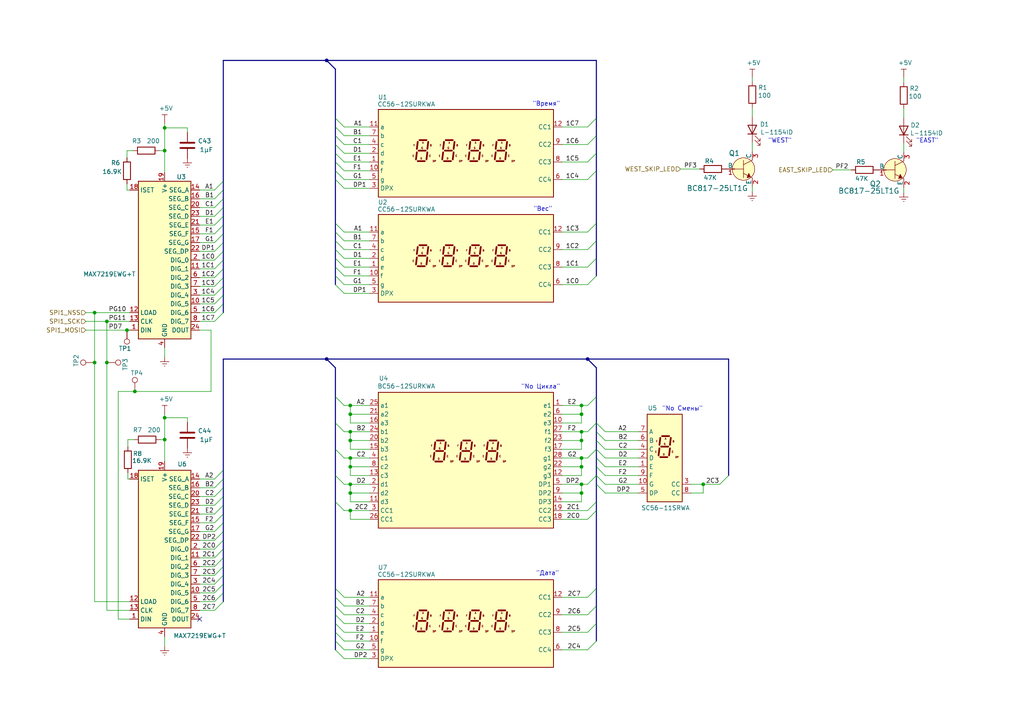
<source format=kicad_sch>
(kicad_sch (version 20211123) (generator eeschema)
  (paper "A4")
  (title_block (title "ШВУ") (date "2021-03-25") (rev "V0.3") (company "ЦВЕТМЕТНАЛАДКА") (comment 1 "Шустов В.И."))
  (lib_symbols
    (symbol "Connector:TestPoint" (pin_numbers hide) (pin_names (offset 0.762) hide)
      (property "Reference" "TP" (at 0 6.858 0))
      (property "Value" "TestPoint" (at 0 5.08 0))
      (symbol "TestPoint_1_1"
        (pin passive line (at 0 0 90) (length 2.54) (name "1") (number "1"))
      )
    )
    (symbol "Device:C" (pin_numbers hide) (pin_names (offset 0.254))
      (property "Reference" "C" (at 0.635 2.54 0))
      (property "Value" "C" (at 0.635 -2.54 0))
      (symbol "C_1_1"
        (pin passive line (at 0 3.81 270) (length 2.794) (name "~") (number "1"))
        (pin passive line (at 0 -3.81 90) (length 2.794) (name "~") (number "2"))
      )
    )
    (symbol "Device:LED" (pin_numbers hide) (pin_names (offset 1.016) hide)
      (property "Reference" "D" (at 0 2.54 0))
      (property "Value" "LED" (at 0 -2.54 0))
      (symbol "LED_1_1"
        (pin passive line (at -3.81 0 0) (length 2.54) (name "K") (number "1"))
        (pin passive line (at 3.81 0 180) (length 2.54) (name "A") (number "2"))
      )
    )
    (symbol "Device:R" (pin_numbers hide) (pin_names (offset 0))
      (property "Reference" "R" (at 2.032 0 90))
      (property "Value" "R" (at 0 0 90))
      (symbol "R_1_1"
        (pin passive line (at 0 3.81 270) (length 1.27) (name "~") (number "1"))
        (pin passive line (at 0 -3.81 90) (length 1.27) (name "~") (number "2"))
      )
    )
    (symbol "Driver_LED:MAX7219"
      (property "Reference" "U" (at -6.35 24.13 0))
      (property "Value" "MAX7219" (at 1.27 25.4 0))
      (symbol "MAX7219_1_1"
        (pin input line (at -10.16 -20.32 0) (length 2.54) (name "DIN") (number "1"))
        (pin output line (at 10.16 -12.7 180) (length 2.54) (name "DIG_5") (number "10"))
        (pin output line (at 10.16 -2.54 180) (length 2.54) (name "DIG_1") (number "11"))
        (pin input line (at -10.16 -15.24 0) (length 2.54) (name "LOAD") (number "12"))
        (pin input line (at -10.16 -17.78 0) (length 2.54) (name "CLK") (number "13"))
        (pin output line (at 10.16 20.32 180) (length 2.54) (name "SEG_A") (number "14"))
        (pin output line (at 10.16 7.62 180) (length 2.54) (name "SEG_F") (number "15"))
        (pin output line (at 10.16 17.78 180) (length 2.54) (name "SEG_B") (number "16"))
        (pin output line (at 10.16 5.08 180) (length 2.54) (name "SEG_G") (number "17"))
        (pin input line (at -10.16 20.32 0) (length 2.54) (name "ISET") (number "18"))
        (pin power_in line (at 0 25.4 270) (length 2.54) (name "V+") (number "19"))
        (pin output line (at 10.16 0 180) (length 2.54) (name "DIG_0") (number "2"))
        (pin output line (at 10.16 15.24 180) (length 2.54) (name "SEG_C") (number "20"))
        (pin output line (at 10.16 10.16 180) (length 2.54) (name "SEG_E") (number "21"))
        (pin output line (at 10.16 2.54 180) (length 2.54) (name "SEG_DP") (number "22"))
        (pin output line (at 10.16 12.7 180) (length 2.54) (name "SEG_D") (number "23"))
        (pin output line (at 10.16 -20.32 180) (length 2.54) (name "DOUT") (number "24"))
        (pin output line (at 10.16 -10.16 180) (length 2.54) (name "DIG_4") (number "3"))
        (pin power_in line (at 0 -25.4 90) (length 2.54) (name "GND") (number "4"))
        (pin output line (at 10.16 -15.24 180) (length 2.54) (name "DIG_6") (number "5"))
        (pin output line (at 10.16 -5.08 180) (length 2.54) (name "DIG_2") (number "6"))
        (pin output line (at 10.16 -7.62 180) (length 2.54) (name "DIG_3") (number "7"))
        (pin output line (at 10.16 -17.78 180) (length 2.54) (name "DIG_7") (number "8"))
        (pin passive line (at 0 -25.4 90) (length 2.54) hide (name "GND") (number "9"))
      )
    )
    (symbol "SVIELCOM_Library:+5V" (power) (pin_names (offset 0))
      (property "Value" "SVIELCOM_Library_+5V" (at 0 3.556 0))
      (symbol "+5V_1_1"
        (pin power_in line (at 0 0 90) (length 0) hide (name "+5V") (number "1"))
      )
    )
    (symbol "SVIELCOM_Library:BC56-12SURKWA"
      (property "Reference" "U" (at -24.13 20.32 0))
      (property "Value" "SVIELCOM_Library_BC56-12SURKWA" (at 16.51 20.32 0))
      (symbol "BC56-12SURKWA_1_1"
        (text "A" (at -7.366 4.318 0) (effects (font (size 0.508 0.508))))
        (text "A" (at 0.254 4.318 0) (effects (font (size 0.508 0.508))))
        (text "A" (at 7.874 4.318 0) (effects (font (size 0.508 0.508))))
        (text "B" (at -5.08 3.556 0) (effects (font (size 0.508 0.508))))
        (text "B" (at 2.54 3.556 0) (effects (font (size 0.508 0.508))))
        (text "B" (at 10.16 3.556 0) (effects (font (size 0.508 0.508))))
        (text "C" (at -5.334 0.508 0) (effects (font (size 0.508 0.508))))
        (text "C" (at 2.286 0.508 0) (effects (font (size 0.508 0.508))))
        (text "C" (at 9.906 0.508 0) (effects (font (size 0.508 0.508))))
        (text "D" (at -7.874 -0.254 0) (effects (font (size 0.508 0.508))))
        (text "D" (at -0.254 -0.254 0) (effects (font (size 0.508 0.508))))
        (text "D" (at 7.366 -0.254 0) (effects (font (size 0.508 0.508))))
        (text "DP" (at -4.064 -1.016 0) (effects (font (size 0.508 0.508))))
        (text "DP" (at 3.556 -1.016 0) (effects (font (size 0.508 0.508))))
        (text "DP" (at 11.176 -1.016 0) (effects (font (size 0.508 0.508))))
        (text "E" (at -10.16 0.508 0) (effects (font (size 0.508 0.508))))
        (text "E" (at -2.54 0.508 0) (effects (font (size 0.508 0.508))))
        (text "E" (at 5.08 0.508 0) (effects (font (size 0.508 0.508))))
        (text "F" (at -9.906 3.556 0) (effects (font (size 0.508 0.508))))
        (text "F" (at -2.286 3.556 0) (effects (font (size 0.508 0.508))))
        (text "F" (at 5.334 3.556 0) (effects (font (size 0.508 0.508))))
        (text "G" (at -7.62 2.794 0) (effects (font (size 0.508 0.508))))
        (text "G" (at 0 2.794 0) (effects (font (size 0.508 0.508))))
        (text "G" (at 7.62 2.794 0) (effects (font (size 0.508 0.508))))
        (pin input line (at 27.94 15.24 180) (length 2.54) (name "e1") (number "1"))
        (pin input line (at 27.94 10.16 180) (length 2.54) (name "e3") (number "10"))
        (pin input line (at -27.94 -12.7 0) (length 2.54) (name "d3") (number "11"))
        (pin input line (at 27.94 -5.08 180) (length 2.54) (name "g3") (number "12"))
        (pin input line (at -27.94 -5.08 0) (length 2.54) (name "c3") (number "13"))
        (pin input line (at 27.94 -12.7 180) (length 2.54) (name "DP3") (number "14"))
        (pin input line (at -27.94 2.54 0) (length 2.54) (name "b3") (number "15"))
        (pin input line (at -27.94 10.16 0) (length 2.54) (name "a3") (number "16"))
        (pin input line (at 27.94 2.54 180) (length 2.54) (name "f3") (number "17"))
        (pin input line (at 27.94 -17.78 180) (length 2.54) (name "CC3") (number "18"))
        (pin input line (at 27.94 -15.24 180) (length 2.54) (name "CC2") (number "19"))
        (pin input line (at -27.94 -7.62 0) (length 2.54) (name "d1") (number "2"))
        (pin input line (at -27.94 5.08 0) (length 2.54) (name "b2") (number "20"))
        (pin input line (at -27.94 12.7 0) (length 2.54) (name "a2") (number "21"))
        (pin input line (at 27.94 -2.54 180) (length 2.54) (name "g2") (number "22"))
        (pin input line (at 27.94 5.08 180) (length 2.54) (name "f2") (number "23"))
        (pin input line (at -27.94 7.62 0) (length 2.54) (name "b1") (number "24"))
        (pin input line (at -27.94 15.24 0) (length 2.54) (name "a1") (number "25"))
        (pin input line (at -27.94 -17.78 0) (length 2.54) (name "CC1") (number "26"))
        (pin input line (at 27.94 7.62 180) (length 2.54) (name "f1") (number "27"))
        (pin input line (at 27.94 0 180) (length 2.54) (name "g1") (number "28"))
        (pin input line (at -27.94 -15.24 0) (length 2.54) (name "CC1") (number "3"))
        (pin input line (at -27.94 0 0) (length 2.54) (name "c1") (number "4"))
        (pin input line (at 27.94 -7.62 180) (length 2.54) (name "DP1") (number "5"))
        (pin input line (at 27.94 12.7 180) (length 2.54) (name "e2") (number "6"))
        (pin input line (at -27.94 -10.16 0) (length 2.54) (name "d2") (number "7"))
        (pin input line (at -27.94 -2.54 0) (length 2.54) (name "c2") (number "8"))
        (pin input line (at 27.94 -10.16 180) (length 2.54) (name "DP2") (number "9"))
      )
    )
    (symbol "SVIELCOM_Library:CC56-12SURKWA"
      (property "Reference" "U" (at -24.13 13.97 0))
      (property "Value" "SVIELCOM_Library_CC56-12SURKWA" (at 16.51 13.97 0))
      (symbol "CC56-12SURKWA_1_1"
        (text "A" (at -12.446 3.048 0) (effects (font (size 0.508 0.508))))
        (text "A" (at -4.826 3.048 0) (effects (font (size 0.508 0.508))))
        (text "A" (at 2.794 3.048 0) (effects (font (size 0.508 0.508))))
        (text "A" (at 10.414 3.048 0) (effects (font (size 0.508 0.508))))
        (text "B" (at -10.16 2.286 0) (effects (font (size 0.508 0.508))))
        (text "B" (at -2.54 2.286 0) (effects (font (size 0.508 0.508))))
        (text "B" (at 5.08 2.286 0) (effects (font (size 0.508 0.508))))
        (text "B" (at 12.7 2.286 0) (effects (font (size 0.508 0.508))))
        (text "C" (at -10.414 -0.762 0) (effects (font (size 0.508 0.508))))
        (text "C" (at -2.794 -0.762 0) (effects (font (size 0.508 0.508))))
        (text "C" (at 4.826 -0.762 0) (effects (font (size 0.508 0.508))))
        (text "C" (at 12.446 -0.762 0) (effects (font (size 0.508 0.508))))
        (text "D" (at -12.954 -1.524 0) (effects (font (size 0.508 0.508))))
        (text "D" (at -5.334 -1.524 0) (effects (font (size 0.508 0.508))))
        (text "D" (at 2.286 -1.524 0) (effects (font (size 0.508 0.508))))
        (text "D" (at 9.906 -1.524 0) (effects (font (size 0.508 0.508))))
        (text "DP" (at -9.144 -2.286 0) (effects (font (size 0.508 0.508))))
        (text "DP" (at -1.524 -2.286 0) (effects (font (size 0.508 0.508))))
        (text "DP" (at 6.096 -2.286 0) (effects (font (size 0.508 0.508))))
        (text "DP" (at 13.716 -2.286 0) (effects (font (size 0.508 0.508))))
        (text "E" (at -15.24 -0.762 0) (effects (font (size 0.508 0.508))))
        (text "E" (at -7.62 -0.762 0) (effects (font (size 0.508 0.508))))
        (text "E" (at 0 -0.762 0) (effects (font (size 0.508 0.508))))
        (text "E" (at 7.62 -0.762 0) (effects (font (size 0.508 0.508))))
        (text "F" (at -14.986 2.286 0) (effects (font (size 0.508 0.508))))
        (text "F" (at -7.366 2.286 0) (effects (font (size 0.508 0.508))))
        (text "F" (at 0.254 2.286 0) (effects (font (size 0.508 0.508))))
        (text "F" (at 7.874 2.286 0) (effects (font (size 0.508 0.508))))
        (text "G" (at -12.7 1.524 0) (effects (font (size 0.508 0.508))))
        (text "G" (at -5.08 1.524 0) (effects (font (size 0.508 0.508))))
        (text "G" (at 2.54 1.524 0) (effects (font (size 0.508 0.508))))
        (text "G" (at 10.16 1.524 0) (effects (font (size 0.508 0.508))))
        (pin input line (at -27.94 -2.54 0) (length 2.54) (name "e") (number "1"))
        (pin input line (at -27.94 -5.08 0) (length 2.54) (name "f") (number "10"))
        (pin input line (at -27.94 7.62 0) (length 2.54) (name "a") (number "11"))
        (pin input line (at 27.94 7.62 180) (length 2.54) (name "CC1") (number "12"))
        (pin input line (at -27.94 0 0) (length 2.54) (name "d") (number "2"))
        (pin input line (at -27.94 -10.16 0) (length 2.54) (name "DPX") (number "3"))
        (pin input line (at -27.94 2.54 0) (length 2.54) (name "c") (number "4"))
        (pin input line (at -27.94 -7.62 0) (length 2.54) (name "g") (number "5"))
        (pin input line (at 27.94 -7.62 180) (length 2.54) (name "CC4") (number "6"))
        (pin input line (at -27.94 5.08 0) (length 2.54) (name "b") (number "7"))
        (pin input line (at 27.94 -2.54 180) (length 2.54) (name "CC3") (number "8"))
        (pin input line (at 27.94 2.54 180) (length 2.54) (name "CC2") (number "9"))
      )
    )
    (symbol "SVIELCOM_Library:SC56-11SRWA"
      (property "Reference" "U" (at -2.54 13.97 0))
      (property "Value" "SVIELCOM_Library_SC56-11SRWA" (at 1.27 13.97 0))
      (symbol "SC56-11SRWA_0_0"
        (text "A" (at 0.254 5.588 0) (effects (font (size 0.508 0.508))))
        (text "B" (at 2.54 4.826 0) (effects (font (size 0.508 0.508))))
        (text "C" (at 2.286 1.778 0) (effects (font (size 0.508 0.508))))
        (text "D" (at -0.254 1.016 0) (effects (font (size 0.508 0.508))))
        (text "DP" (at 3.556 0.254 0) (effects (font (size 0.508 0.508))))
        (text "E" (at -2.54 1.778 0) (effects (font (size 0.508 0.508))))
        (text "F" (at -2.286 4.826 0) (effects (font (size 0.508 0.508))))
        (text "G" (at 0 4.064 0) (effects (font (size 0.508 0.508))))
      )
      (symbol "SC56-11SRWA_1_1"
        (pin input line (at -7.62 -2.54 0) (length 2.54) (name "E") (number "1"))
        (pin input line (at -7.62 -7.62 0) (length 2.54) (name "G") (number "10"))
        (pin input line (at -7.62 0 0) (length 2.54) (name "D") (number "2"))
        (pin input line (at 7.62 -7.62 180) (length 2.54) (name "CC") (number "3"))
        (pin input line (at -7.62 2.54 0) (length 2.54) (name "C") (number "4"))
        (pin input line (at -7.62 -10.16 0) (length 2.54) (name "DP") (number "5"))
        (pin input line (at -7.62 5.08 0) (length 2.54) (name "B") (number "6"))
        (pin input line (at -7.62 7.62 0) (length 2.54) (name "A") (number "7"))
        (pin input line (at 7.62 -10.16 180) (length 2.54) (name "CC") (number "8"))
        (pin input line (at -7.62 -5.08 0) (length 2.54) (name "F") (number "9"))
      )
    )
    (symbol "dk_Transistors-Bipolar-BJT-Single:BC817-25LT1G" (pin_names (offset 0))
      (property "Reference" "Q" (at -3.2004 4.2164 0))
      (property "Value" "BC817-25LT1G" (at 5.2324 0 90))
      (symbol "BC817-25LT1G_1_1"
        (pin input line (at -5.08 0 0) (length 2.54) (name "B") (number "1"))
        (pin passive line (at 2.54 -5.08 90) (length 2.54) (name "E") (number "2"))
        (pin passive line (at 2.54 5.08 270) (length 2.54) (name "C") (number "3"))
      )
    )
    (symbol "power:GNDREF" (power) (pin_names (offset 0))
      (property "Value" "GNDREF" (at 0 -3.81 0))
      (symbol "GNDREF_1_1"
        (pin power_in line (at 0 0 270) (length 0) hide (name "GNDREF") (number "1"))
      )
    )
  )
  (junction (at 101.6 135.382))
  (junction (at 168.656 120.142))
  (junction (at 47.752 37.084))
  (junction (at 101.6 125.222))
  (junction (at 47.752 43.688))
  (junction (at 168.656 127.762))
  (junction (at 94.742 17.526))
  (junction (at 168.656 140.462))
  (junction (at 27.432 105.156))
  (junction (at 30.988 105.156))
  (junction (at 101.6 140.462))
  (junction (at 94.742 104.14))
  (junction (at 101.6 148.082))
  (junction (at 170.434 104.14))
  (junction (at 101.6 117.602))
  (junction (at 27.432 90.678))
  (junction (at 203.962 140.462))
  (junction (at 101.6 132.842))
  (junction (at 39.116 113.538))
  (junction (at 30.988 93.218))
  (junction (at 47.752 127.508))
  (junction (at 168.656 135.382))
  (junction (at 168.656 125.222))
  (junction (at 168.656 143.002))
  (junction (at 47.752 121.158))
  (junction (at 168.656 117.602))
  (junction (at 101.6 120.142))
  (junction (at 101.6 127.762))
  (junction (at 168.656 132.842))
  (junction (at 36.83 95.758))
  (junction (at 101.6 143.002))
  (no_connect (at 57.912 179.578))
  (bus_entry (at 64.77 144.018) (size -2.54 2.54))
  (bus_entry (at 172.974 135.382) (size 2.54 2.54))
  (bus_entry (at 172.974 140.462) (size 2.54 2.54))
  (bus_entry (at 64.77 174.498) (size -2.54 2.54))
  (bus_entry (at 172.974 122.682) (size -2.54 2.54))
  (bus_entry (at 172.974 137.922) (size 2.54 2.54))
  (bus_entry (at 172.974 49.53) (size -2.54 2.54))
  (bus_entry (at 172.974 175.768) (size -2.54 2.54))
  (bus_entry (at 172.974 39.37) (size -2.54 2.54))
  (bus_entry (at 172.974 34.29) (size -2.54 2.54))
  (bus_entry (at 97.282 188.468) (size 2.54 2.54))
  (bus_entry (at 172.974 132.842) (size 2.54 2.54))
  (bus_entry (at 97.282 137.922) (size 2.54 2.54))
  (bus_entry (at 64.77 171.958) (size -2.54 2.54))
  (bus_entry (at 172.974 180.848) (size -2.54 2.54))
  (bus_entry (at 97.282 64.77) (size 2.54 2.54))
  (bus_entry (at 64.77 136.398) (size -2.54 2.54))
  (bus_entry (at 97.282 115.062) (size 2.54 2.54))
  (bus_entry (at 64.77 90.678) (size -2.54 2.54))
  (bus_entry (at 64.77 141.478) (size -2.54 2.54))
  (bus_entry (at 172.974 148.082) (size -2.54 2.54))
  (bus_entry (at 172.974 80.01) (size -2.54 2.54))
  (bus_entry (at 97.282 170.688) (size 2.54 2.54))
  (bus_entry (at 97.282 67.31) (size 2.54 2.54))
  (bus_entry (at 64.77 57.658) (size -2.54 2.54))
  (bus_entry (at 172.974 74.93) (size -2.54 2.54))
  (bus_entry (at 172.974 130.302) (size -2.54 2.54))
  (bus_entry (at 64.77 154.178) (size -2.54 2.54))
  (bus_entry (at 64.77 159.258) (size -2.54 2.54))
  (bus_entry (at 172.974 64.77) (size -2.54 2.54))
  (bus_entry (at 64.77 83.058) (size -2.54 2.54))
  (bus_entry (at 97.282 77.47) (size 2.54 2.54))
  (bus_entry (at 64.77 80.518) (size -2.54 2.54))
  (bus_entry (at 64.77 156.718) (size -2.54 2.54))
  (bus_entry (at 172.974 145.542) (size -2.54 2.54))
  (bus_entry (at 97.282 44.45) (size 2.54 2.54))
  (bus_entry (at 64.77 67.818) (size -2.54 2.54))
  (bus_entry (at 64.77 75.438) (size -2.54 2.54))
  (bus_entry (at 172.974 122.682) (size 2.54 2.54))
  (bus_entry (at 97.282 122.682) (size 2.54 2.54))
  (bus_entry (at 97.282 39.37) (size 2.54 2.54))
  (bus_entry (at 64.77 146.558) (size -2.54 2.54))
  (bus_entry (at 172.974 130.302) (size 2.54 2.54))
  (bus_entry (at 211.328 137.922) (size -2.54 2.54))
  (bus_entry (at 64.77 65.278) (size -2.54 2.54))
  (bus_entry (at 97.282 74.93) (size 2.54 2.54))
  (bus_entry (at 97.282 46.99) (size 2.54 2.54))
  (bus_entry (at 97.282 82.55) (size 2.54 2.54))
  (bus_entry (at 64.77 55.118) (size -2.54 2.54))
  (bus_entry (at 64.77 88.138) (size -2.54 2.54))
  (bus_entry (at 64.77 149.098) (size -2.54 2.54))
  (bus_entry (at 97.282 36.83) (size 2.54 2.54))
  (bus_entry (at 172.974 125.222) (size 2.54 2.54))
  (bus_entry (at 172.974 127.762) (size 2.54 2.54))
  (bus_entry (at 172.974 185.928) (size -2.54 2.54))
  (bus_entry (at 97.282 130.302) (size 2.54 2.54))
  (bus_entry (at 172.974 137.922) (size -2.54 2.54))
  (bus_entry (at 64.77 138.938) (size -2.54 2.54))
  (bus_entry (at 64.77 151.638) (size -2.54 2.54))
  (bus_entry (at 64.77 169.418) (size -2.54 2.54))
  (bus_entry (at 64.77 164.338) (size -2.54 2.54))
  (bus_entry (at 97.282 72.39) (size 2.54 2.54))
  (bus_entry (at 97.282 34.29) (size 2.54 2.54))
  (bus_entry (at 64.77 70.358) (size -2.54 2.54))
  (bus_entry (at 97.282 41.91) (size 2.54 2.54))
  (bus_entry (at 64.77 166.878) (size -2.54 2.54))
  (bus_entry (at 64.77 85.598) (size -2.54 2.54))
  (bus_entry (at 64.77 52.578) (size -2.54 2.54))
  (bus_entry (at 64.77 60.198) (size -2.54 2.54))
  (bus_entry (at 97.282 185.928) (size 2.54 2.54))
  (bus_entry (at 97.282 173.228) (size 2.54 2.54))
  (bus_entry (at 97.282 178.308) (size 2.54 2.54))
  (bus_entry (at 97.282 180.848) (size 2.54 2.54))
  (bus_entry (at 64.77 161.798) (size -2.54 2.54))
  (bus_entry (at 172.974 69.85) (size -2.54 2.54))
  (bus_entry (at 97.282 145.542) (size 2.54 2.54))
  (bus_entry (at 97.282 80.01) (size 2.54 2.54))
  (bus_entry (at 97.282 183.388) (size 2.54 2.54))
  (bus_entry (at 97.282 49.53) (size 2.54 2.54))
  (bus_entry (at 64.77 72.898) (size -2.54 2.54))
  (bus_entry (at 64.77 62.738) (size -2.54 2.54))
  (bus_entry (at 97.282 175.768) (size 2.54 2.54))
  (bus_entry (at 64.77 77.978) (size -2.54 2.54))
  (bus_entry (at 172.974 170.688) (size -2.54 2.54))
  (bus_entry (at 172.974 44.45) (size -2.54 2.54))
  (bus_entry (at 97.282 69.85) (size 2.54 2.54))
  (bus_entry (at 97.282 52.07) (size 2.54 2.54))
  (bus_entry (at 172.974 115.062) (size -2.54 2.54))
  (wire (pts (xy 175.514 130.302) (xy 185.166 130.302)))
  (bus (pts (xy 64.77 154.178) (xy 64.77 156.718)))
  (bus (pts (xy 64.77 60.198) (xy 64.77 62.738)))
  (wire (pts (xy 57.912 159.258) (xy 62.23 159.258)))
  (bus (pts (xy 172.974 64.77) (xy 172.974 69.85)))
  (wire (pts (xy 241.554 49.276) (xy 246.888 49.276)))
  (bus (pts (xy 172.974 127.762) (xy 172.974 130.302)))
  (bus (pts (xy 97.282 170.688) (xy 97.282 173.228)))
  (wire (pts (xy 99.822 82.55) (xy 107.188 82.55)))
  (wire (pts (xy 107.188 130.302) (xy 101.6 130.302)))
  (bus (pts (xy 64.77 169.418) (xy 64.77 171.958)))
  (wire (pts (xy 168.656 145.542) (xy 168.656 143.002)))
  (bus (pts (xy 172.974 106.68) (xy 172.974 115.062)))
  (wire (pts (xy 163.068 130.302) (xy 168.656 130.302)))
  (bus (pts (xy 97.282 36.83) (xy 97.282 39.37)))
  (wire (pts (xy 101.6 127.762) (xy 101.6 125.222)))
  (bus (pts (xy 64.77 83.058) (xy 64.77 85.598)))
  (wire (pts (xy 99.822 175.768) (xy 107.188 175.768)))
  (wire (pts (xy 101.6 117.602) (xy 107.188 117.602)))
  (wire (pts (xy 57.912 90.678) (xy 62.23 90.678)))
  (wire (pts (xy 101.6 122.682) (xy 101.6 120.142)))
  (wire (pts (xy 168.656 120.142) (xy 168.656 117.602)))
  (bus (pts (xy 94.742 104.14) (xy 97.282 106.68)))
  (wire (pts (xy 175.514 127.762) (xy 185.166 127.762)))
  (wire (pts (xy 170.434 173.228) (xy 163.068 173.228)))
  (wire (pts (xy 168.656 143.002) (xy 168.656 140.462)))
  (wire (pts (xy 24.892 93.218) (xy 30.988 93.218)))
  (wire (pts (xy 36.83 45.72) (xy 36.83 43.688)))
  (wire (pts (xy 99.822 36.83) (xy 107.188 36.83)))
  (wire (pts (xy 218.186 23.622) (xy 218.186 22.606)))
  (bus (pts (xy 172.974 175.768) (xy 172.974 180.848)))
  (bus (pts (xy 97.282 69.85) (xy 97.282 72.39)))
  (bus (pts (xy 64.77 161.798) (xy 64.77 164.338)))
  (bus (pts (xy 64.77 67.818) (xy 64.77 70.358)))
  (wire (pts (xy 101.6 135.382) (xy 101.6 132.842)))
  (wire (pts (xy 47.752 43.688) (xy 47.752 50.038)))
  (wire (pts (xy 99.822 44.45) (xy 107.188 44.45)))
  (bus (pts (xy 172.974 132.842) (xy 172.974 135.382)))
  (bus (pts (xy 64.77 17.526) (xy 64.77 52.578)))
  (wire (pts (xy 203.962 143.002) (xy 200.406 143.002)))
  (wire (pts (xy 47.752 35.814) (xy 47.752 37.084)))
  (wire (pts (xy 262.128 22.606) (xy 262.128 23.876)))
  (wire (pts (xy 170.434 125.222) (xy 168.656 125.222)))
  (bus (pts (xy 64.77 65.278) (xy 64.77 67.818)))
  (wire (pts (xy 57.912 164.338) (xy 62.23 164.338)))
  (bus (pts (xy 97.282 183.388) (xy 97.282 185.928)))
  (wire (pts (xy 175.514 137.922) (xy 185.166 137.922)))
  (wire (pts (xy 99.822 46.99) (xy 107.188 46.99)))
  (wire (pts (xy 262.128 55.88) (xy 262.128 54.356)))
  (bus (pts (xy 97.282 77.47) (xy 97.282 80.01)))
  (wire (pts (xy 99.822 185.928) (xy 107.188 185.928)))
  (wire (pts (xy 30.988 177.038) (xy 30.988 105.156)))
  (bus (pts (xy 172.974 39.37) (xy 172.974 44.45)))
  (wire (pts (xy 57.912 55.118) (xy 62.23 55.118)))
  (bus (pts (xy 64.77 88.138) (xy 64.77 90.678)))
  (wire (pts (xy 47.752 37.084) (xy 47.752 43.688)))
  (wire (pts (xy 107.188 137.922) (xy 101.6 137.922)))
  (bus (pts (xy 172.974 148.082) (xy 172.974 170.688)))
  (bus (pts (xy 172.974 122.682) (xy 172.974 125.222)))
  (wire (pts (xy 99.822 183.388) (xy 107.188 183.388)))
  (wire (pts (xy 57.912 70.358) (xy 62.23 70.358)))
  (wire (pts (xy 101.6 132.842) (xy 107.188 132.842)))
  (bus (pts (xy 97.282 67.31) (xy 97.282 69.85)))
  (wire (pts (xy 99.822 117.602) (xy 101.6 117.602)))
  (wire (pts (xy 218.186 54.102) (xy 218.186 55.626)))
  (wire (pts (xy 170.434 117.602) (xy 168.656 117.602)))
  (wire (pts (xy 170.434 46.99) (xy 163.068 46.99)))
  (wire (pts (xy 170.434 140.462) (xy 168.656 140.462)))
  (wire (pts (xy 175.514 140.462) (xy 185.166 140.462)))
  (bus (pts (xy 64.77 144.018) (xy 64.77 146.558)))
  (wire (pts (xy 57.912 171.958) (xy 62.23 171.958)))
  (wire (pts (xy 163.068 135.382) (xy 168.656 135.382)))
  (bus (pts (xy 172.974 17.526) (xy 172.974 34.29)))
  (wire (pts (xy 168.656 132.842) (xy 163.068 132.842)))
  (wire (pts (xy 57.912 75.438) (xy 62.23 75.438)))
  (wire (pts (xy 47.752 121.158) (xy 47.752 127.508)))
  (wire (pts (xy 163.068 143.002) (xy 168.656 143.002)))
  (wire (pts (xy 36.83 53.34) (xy 36.83 55.118)))
  (wire (pts (xy 57.912 80.518) (xy 62.23 80.518)))
  (bus (pts (xy 64.77 62.738) (xy 64.77 65.278)))
  (bus (pts (xy 97.282 49.53) (xy 97.282 52.07)))
  (wire (pts (xy 24.892 95.758) (xy 36.83 95.758)))
  (wire (pts (xy 99.822 188.468) (xy 107.188 188.468)))
  (bus (pts (xy 64.77 77.978) (xy 64.77 80.518)))
  (wire (pts (xy 57.912 85.598) (xy 62.23 85.598)))
  (wire (pts (xy 170.434 77.47) (xy 163.068 77.47)))
  (bus (pts (xy 64.77 72.898) (xy 64.77 75.438)))
  (bus (pts (xy 64.77 149.098) (xy 64.77 151.638)))
  (wire (pts (xy 57.912 95.758) (xy 61.214 95.758)))
  (wire (pts (xy 57.912 146.558) (xy 62.23 146.558)))
  (wire (pts (xy 101.6 145.542) (xy 101.6 143.002)))
  (bus (pts (xy 64.77 136.398) (xy 64.77 138.938)))
  (wire (pts (xy 57.912 149.098) (xy 62.23 149.098)))
  (wire (pts (xy 39.116 113.538) (xy 34.29 113.538)))
  (bus (pts (xy 64.77 57.658) (xy 64.77 60.198)))
  (bus (pts (xy 64.77 104.14) (xy 64.77 136.398)))
  (wire (pts (xy 99.822 180.848) (xy 107.188 180.848)))
  (wire (pts (xy 107.188 143.002) (xy 101.6 143.002)))
  (wire (pts (xy 46.482 127.508) (xy 47.752 127.508)))
  (wire (pts (xy 101.6 143.002) (xy 101.6 140.462)))
  (bus (pts (xy 97.282 34.29) (xy 97.282 36.83)))
  (wire (pts (xy 168.656 117.602) (xy 163.068 117.602)))
  (wire (pts (xy 57.912 57.658) (xy 62.23 57.658)))
  (bus (pts (xy 97.282 80.01) (xy 97.282 82.55)))
  (bus (pts (xy 172.974 69.85) (xy 172.974 74.93)))
  (wire (pts (xy 57.912 166.878) (xy 62.23 166.878)))
  (wire (pts (xy 101.6 148.082) (xy 101.6 150.622)))
  (wire (pts (xy 57.912 93.218) (xy 62.23 93.218)))
  (wire (pts (xy 218.186 33.782) (xy 218.186 31.242)))
  (bus (pts (xy 97.282 44.45) (xy 97.282 46.99)))
  (wire (pts (xy 170.434 82.55) (xy 163.068 82.55)))
  (wire (pts (xy 99.822 85.09) (xy 107.188 85.09)))
  (bus (pts (xy 97.282 39.37) (xy 97.282 41.91)))
  (wire (pts (xy 175.514 132.842) (xy 185.166 132.842)))
  (wire (pts (xy 30.988 105.156) (xy 30.988 93.218)))
  (wire (pts (xy 57.912 141.478) (xy 62.23 141.478)))
  (wire (pts (xy 168.656 135.382) (xy 168.656 132.842)))
  (wire (pts (xy 47.752 184.658) (xy 47.752 187.452)))
  (wire (pts (xy 101.6 130.302) (xy 101.6 127.762)))
  (bus (pts (xy 64.77 85.598) (xy 64.77 88.138)))
  (bus (pts (xy 64.77 104.14) (xy 94.742 104.14)))
  (wire (pts (xy 168.656 122.682) (xy 168.656 120.142)))
  (wire (pts (xy 47.752 37.084) (xy 54.356 37.084)))
  (wire (pts (xy 47.752 121.158) (xy 54.356 121.158)))
  (wire (pts (xy 46.228 43.688) (xy 47.752 43.688)))
  (wire (pts (xy 34.29 113.538) (xy 34.29 179.578)))
  (bus (pts (xy 64.77 171.958) (xy 64.77 174.498)))
  (bus (pts (xy 97.282 178.308) (xy 97.282 180.848)))
  (wire (pts (xy 57.912 77.978) (xy 62.23 77.978)))
  (wire (pts (xy 34.29 179.578) (xy 37.592 179.578)))
  (bus (pts (xy 64.77 151.638) (xy 64.77 154.178)))
  (wire (pts (xy 36.83 55.118) (xy 37.592 55.118)))
  (wire (pts (xy 99.822 67.31) (xy 107.188 67.31)))
  (wire (pts (xy 197.358 49.022) (xy 202.946 49.022)))
  (wire (pts (xy 168.656 125.222) (xy 163.068 125.222)))
  (bus (pts (xy 64.77 146.558) (xy 64.77 149.098)))
  (wire (pts (xy 107.188 145.542) (xy 101.6 145.542)))
  (wire (pts (xy 175.514 143.002) (xy 185.166 143.002)))
  (wire (pts (xy 101.6 150.622) (xy 107.188 150.622)))
  (bus (pts (xy 64.77 80.518) (xy 64.77 83.058)))
  (wire (pts (xy 163.068 145.542) (xy 168.656 145.542)))
  (bus (pts (xy 172.974 49.53) (xy 172.974 64.77)))
  (wire (pts (xy 57.912 161.798) (xy 62.23 161.798)))
  (wire (pts (xy 203.962 140.462) (xy 208.788 140.462)))
  (bus (pts (xy 94.742 17.526) (xy 97.282 20.066)))
  (wire (pts (xy 170.434 148.082) (xy 163.068 148.082)))
  (bus (pts (xy 94.742 17.526) (xy 172.974 17.526)))
  (wire (pts (xy 47.752 100.838) (xy 47.752 103.632)))
  (bus (pts (xy 64.77 164.338) (xy 64.77 166.878)))
  (wire (pts (xy 57.912 88.138) (xy 62.23 88.138)))
  (bus (pts (xy 64.77 52.578) (xy 64.77 55.118)))
  (wire (pts (xy 170.434 188.468) (xy 163.068 188.468)))
  (bus (pts (xy 64.77 17.526) (xy 94.742 17.526)))
  (wire (pts (xy 37.084 127.508) (xy 38.862 127.508)))
  (wire (pts (xy 57.912 174.498) (xy 62.23 174.498)))
  (bus (pts (xy 172.974 34.29) (xy 172.974 39.37)))
  (wire (pts (xy 200.406 140.462) (xy 203.962 140.462)))
  (wire (pts (xy 101.6 125.222) (xy 107.188 125.222)))
  (wire (pts (xy 27.432 105.156) (xy 27.432 90.678)))
  (wire (pts (xy 170.434 150.622) (xy 163.068 150.622)))
  (wire (pts (xy 175.514 135.382) (xy 185.166 135.382)))
  (wire (pts (xy 30.988 93.218) (xy 37.592 93.218)))
  (wire (pts (xy 163.068 122.682) (xy 168.656 122.682)))
  (wire (pts (xy 163.068 120.142) (xy 168.656 120.142)))
  (bus (pts (xy 172.974 145.542) (xy 172.974 148.082)))
  (wire (pts (xy 99.822 77.47) (xy 107.188 77.47)))
  (wire (pts (xy 61.214 95.758) (xy 61.214 113.538)))
  (wire (pts (xy 37.084 137.16) (xy 37.084 138.938)))
  (wire (pts (xy 57.912 60.198) (xy 62.23 60.198)))
  (wire (pts (xy 107.188 122.682) (xy 101.6 122.682)))
  (wire (pts (xy 24.892 90.678) (xy 27.432 90.678)))
  (wire (pts (xy 57.912 169.418) (xy 62.23 169.418)))
  (bus (pts (xy 97.282 137.922) (xy 97.282 145.542)))
  (wire (pts (xy 37.592 177.038) (xy 30.988 177.038)))
  (wire (pts (xy 99.822 132.842) (xy 101.6 132.842)))
  (bus (pts (xy 97.282 185.928) (xy 97.282 188.468)))
  (bus (pts (xy 172.974 137.922) (xy 172.974 140.462)))
  (wire (pts (xy 170.434 183.388) (xy 163.068 183.388)))
  (bus (pts (xy 170.434 104.14) (xy 211.328 104.14)))
  (wire (pts (xy 36.83 43.688) (xy 38.608 43.688)))
  (wire (pts (xy 99.822 173.228) (xy 107.188 173.228)))
  (wire (pts (xy 99.822 52.07) (xy 107.188 52.07)))
  (wire (pts (xy 37.084 138.938) (xy 37.592 138.938)))
  (bus (pts (xy 97.282 64.77) (xy 97.282 67.31)))
  (wire (pts (xy 107.188 127.762) (xy 101.6 127.762)))
  (bus (pts (xy 97.282 46.99) (xy 97.282 49.53)))
  (bus (pts (xy 97.282 173.228) (xy 97.282 175.768)))
  (wire (pts (xy 54.356 121.158) (xy 54.356 122.428)))
  (bus (pts (xy 64.77 166.878) (xy 64.77 169.418)))
  (wire (pts (xy 163.068 127.762) (xy 168.656 127.762)))
  (wire (pts (xy 37.592 174.498) (xy 27.432 174.498)))
  (wire (pts (xy 262.128 31.496) (xy 262.128 34.036)))
  (bus (pts (xy 64.77 141.478) (xy 64.77 144.018)))
  (wire (pts (xy 170.434 72.39) (xy 163.068 72.39)))
  (bus (pts (xy 97.282 122.682) (xy 97.282 130.302)))
  (wire (pts (xy 101.6 120.142) (xy 101.6 117.602)))
  (bus (pts (xy 172.974 180.848) (xy 172.974 185.928)))
  (wire (pts (xy 170.434 132.842) (xy 168.656 132.842)))
  (wire (pts (xy 57.912 62.738) (xy 62.23 62.738)))
  (wire (pts (xy 168.656 140.462) (xy 163.068 140.462)))
  (wire (pts (xy 168.656 127.762) (xy 168.656 125.222)))
  (wire (pts (xy 47.752 127.508) (xy 47.752 133.858)))
  (wire (pts (xy 99.822 191.008) (xy 107.188 191.008)))
  (bus (pts (xy 64.77 159.258) (xy 64.77 161.798)))
  (wire (pts (xy 57.912 67.818) (xy 62.23 67.818)))
  (wire (pts (xy 99.822 72.39) (xy 107.188 72.39)))
  (bus (pts (xy 172.974 140.462) (xy 172.974 145.542)))
  (bus (pts (xy 172.974 44.45) (xy 172.974 49.53)))
  (bus (pts (xy 97.282 74.93) (xy 97.282 77.47)))
  (wire (pts (xy 170.434 52.07) (xy 163.068 52.07)))
  (bus (pts (xy 97.282 52.07) (xy 97.282 64.77)))
  (wire (pts (xy 57.912 156.718) (xy 62.23 156.718)))
  (bus (pts (xy 97.282 180.848) (xy 97.282 183.388)))
  (bus (pts (xy 211.328 104.14) (xy 211.328 137.922)))
  (wire (pts (xy 37.084 129.54) (xy 37.084 127.508)))
  (bus (pts (xy 97.282 145.542) (xy 97.282 170.688)))
  (wire (pts (xy 99.822 41.91) (xy 107.188 41.91)))
  (bus (pts (xy 172.974 130.302) (xy 172.974 132.842)))
  (wire (pts (xy 27.432 174.498) (xy 27.432 105.156)))
  (bus (pts (xy 97.282 72.39) (xy 97.282 74.93)))
  (wire (pts (xy 101.6 148.082) (xy 107.188 148.082)))
  (wire (pts (xy 57.912 144.018) (xy 62.23 144.018)))
  (wire (pts (xy 99.822 178.308) (xy 107.188 178.308)))
  (wire (pts (xy 27.432 90.678) (xy 37.592 90.678)))
  (wire (pts (xy 170.434 67.31) (xy 163.068 67.31)))
  (wire (pts (xy 107.188 135.382) (xy 101.6 135.382)))
  (bus (pts (xy 97.282 41.91) (xy 97.282 44.45)))
  (bus (pts (xy 172.974 135.382) (xy 172.974 137.922)))
  (bus (pts (xy 172.974 115.062) (xy 172.974 122.682)))
  (bus (pts (xy 170.434 104.14) (xy 172.974 106.68)))
  (bus (pts (xy 64.77 70.358) (xy 64.77 72.898)))
  (wire (pts (xy 57.912 83.058) (xy 62.23 83.058)))
  (bus (pts (xy 97.282 20.066) (xy 97.282 34.29)))
  (wire (pts (xy 47.752 120.142) (xy 47.752 121.158)))
  (bus (pts (xy 94.742 104.14) (xy 170.434 104.14)))
  (bus (pts (xy 64.77 156.718) (xy 64.77 159.258)))
  (wire (pts (xy 262.128 44.196) (xy 262.128 41.656)))
  (wire (pts (xy 107.188 120.142) (xy 101.6 120.142)))
  (wire (pts (xy 170.434 36.83) (xy 163.068 36.83)))
  (bus (pts (xy 97.282 175.768) (xy 97.282 178.308)))
  (wire (pts (xy 99.822 49.53) (xy 107.188 49.53)))
  (wire (pts (xy 61.214 113.538) (xy 39.116 113.538)))
  (wire (pts (xy 57.912 154.178) (xy 62.23 154.178)))
  (wire (pts (xy 101.6 140.462) (xy 107.188 140.462)))
  (wire (pts (xy 36.83 95.758) (xy 37.592 95.758)))
  (wire (pts (xy 203.962 140.462) (xy 203.962 143.002)))
  (wire (pts (xy 99.822 69.85) (xy 107.188 69.85)))
  (bus (pts (xy 97.282 106.68) (xy 97.282 115.062)))
  (wire (pts (xy 99.822 148.082) (xy 101.6 148.082)))
  (wire (pts (xy 99.822 140.462) (xy 101.6 140.462)))
  (bus (pts (xy 64.77 75.438) (xy 64.77 77.978)))
  (wire (pts (xy 101.6 137.922) (xy 101.6 135.382)))
  (wire (pts (xy 54.356 37.084) (xy 54.356 38.354)))
  (wire (pts (xy 163.068 137.922) (xy 168.656 137.922)))
  (wire (pts (xy 57.912 177.038) (xy 62.23 177.038)))
  (wire (pts (xy 57.912 65.278) (xy 62.23 65.278)))
  (bus (pts (xy 97.282 130.302) (xy 97.282 137.922)))
  (wire (pts (xy 99.822 80.01) (xy 107.188 80.01)))
  (wire (pts (xy 218.186 43.942) (xy 218.186 41.402)))
  (wire (pts (xy 168.656 137.922) (xy 168.656 135.382)))
  (wire (pts (xy 57.912 138.938) (xy 62.23 138.938)))
  (wire (pts (xy 57.912 151.638) (xy 62.23 151.638)))
  (wire (pts (xy 170.434 178.308) (xy 163.068 178.308)))
  (wire (pts (xy 168.656 130.302) (xy 168.656 127.762)))
  (wire (pts (xy 99.822 54.61) (xy 107.188 54.61)))
  (bus (pts (xy 64.77 138.938) (xy 64.77 141.478)))
  (bus (pts (xy 172.974 170.688) (xy 172.974 175.768)))
  (bus (pts (xy 172.974 74.93) (xy 172.974 80.01)))
  (wire (pts (xy 99.822 39.37) (xy 107.188 39.37)))
  (wire (pts (xy 99.822 74.93) (xy 107.188 74.93)))
  (bus (pts (xy 97.282 115.062) (xy 97.282 122.682)))
  (wire (pts (xy 170.434 41.91) (xy 163.068 41.91)))
  (bus (pts (xy 64.77 55.118) (xy 64.77 57.658)))
  (wire (pts (xy 57.912 72.898) (xy 62.23 72.898)))
  (wire (pts (xy 99.822 125.222) (xy 101.6 125.222)))
  (wire (pts (xy 175.514 125.222) (xy 185.166 125.222)))
  (bus (pts (xy 172.974 125.222) (xy 172.974 127.762)))
  (text "\"Вес\"" (at 154.686 61.468 0) (effects (font (size 1.27 1.27)) (justify left bottom)))
  (text "\"Дата\"" (at 155.448 167.132 0) (effects (font (size 1.27 1.27)) (justify left bottom)))
  (text "\"Время\"" (at 154.432 30.988 0) (effects (font (size 1.27 1.27)) (justify left bottom)))
  (text "\"EAST\"" (at 265.684 41.656 0) (effects (font (size 1.27 1.27)) (justify left bottom)))
  (text "\"WEST\"" (at 222.758 41.656 0) (effects (font (size 1.27 1.27)) (justify left bottom)))
  (text "\"No Смены\"" (at 192.024 119.38 0) (effects (font (size 1.27 1.27)) (justify left bottom)))
  (text "\"No Цикла\"" (at 151.13 113.03 0) (effects (font (size 1.27 1.27)) (justify left bottom)))
  (label "E1" (at 102.362 77.47 0))
  (label "C2" (at 103.124 178.308 0))
  (label "DP1" (at 102.362 54.61 0))
  (label "1C7" (at 58.42 93.218 0))
  (label "A1" (at 102.616 36.83 0))
  (label "PF3" (at 198.374 49.022 0))
  (label "DP2" (at 178.816 143.002 0))
  (label "PG10" (at 31.496 90.678 0))
  (label "C2" (at 103.378 132.842 0))
  (label "1C5" (at 164.084 46.99 0))
  (label "2C2" (at 58.674 164.338 0))
  (label "A1" (at 102.616 67.31 0))
  (label "E1" (at 59.436 65.278 0))
  (label "D2" (at 179.324 132.842 0))
  (label "DP2" (at 164.084 140.462 0))
  (label "2C6" (at 58.674 174.498 0))
  (label "D1" (at 102.362 74.93 0))
  (label "1C3" (at 164.084 67.31 0))
  (label "D1" (at 59.436 62.738 0))
  (label "G2" (at 164.592 132.842 0))
  (label "C2" (at 179.324 130.302 0))
  (label "F1" (at 102.362 80.01 0))
  (label "F2" (at 103.124 185.928 0))
  (label "B2" (at 59.436 141.478 0))
  (label "2C6" (at 164.592 178.308 0))
  (label "D2" (at 103.378 140.462 0))
  (label "G2" (at 59.436 154.178 0))
  (label "D2" (at 103.124 180.848 0))
  (label "E2" (at 179.324 135.382 0))
  (label "1C1" (at 164.084 77.47 0))
  (label "1C6" (at 164.084 41.91 0))
  (label "E2" (at 103.124 183.388 0))
  (label "D2" (at 59.436 146.558 0))
  (label "2C2" (at 102.87 148.082 0))
  (label "1C0" (at 58.42 75.438 0))
  (label "DP2" (at 102.616 191.008 0))
  (label "2C0" (at 58.674 159.258 0))
  (label "PD7" (at 31.496 95.758 0))
  (label "A2" (at 103.378 173.228 0))
  (label "2C7" (at 164.592 173.228 0))
  (label "B2" (at 103.378 125.222 0))
  (label "1C0" (at 164.084 82.55 0))
  (label "2C7" (at 58.674 177.038 0))
  (label "A2" (at 59.436 138.938 0))
  (label "DP1" (at 102.362 85.09 0))
  (label "1C2" (at 164.084 72.39 0))
  (label "G1" (at 102.362 82.55 0))
  (label "E2" (at 164.592 117.602 0))
  (label "DP2" (at 58.674 156.718 0))
  (label "F1" (at 59.436 67.818 0))
  (label "C2" (at 59.436 144.018 0))
  (label "1C7" (at 164.084 36.83 0))
  (label "1C4" (at 58.42 85.598 0))
  (label "2C1" (at 58.674 161.798 0))
  (label "2C3" (at 58.674 166.878 0))
  (label "A1" (at 59.436 55.118 0))
  (label "A2" (at 179.324 125.222 0))
  (label "1C3" (at 58.42 83.058 0))
  (label "PF2" (at 242.316 49.276 0))
  (label "A2" (at 103.378 117.602 0))
  (label "B2" (at 179.324 127.762 0))
  (label "B1" (at 59.436 57.658 0))
  (label "C1" (at 102.362 41.91 0))
  (label "2C1" (at 164.338 148.082 0))
  (label "1C1" (at 58.42 77.978 0))
  (label "E1" (at 102.362 46.99 0))
  (label "2C5" (at 58.674 171.958 0))
  (label "F2" (at 179.324 137.922 0))
  (label "F2" (at 59.436 151.638 0))
  (label "2C0" (at 164.338 150.622 0))
  (label "2C4" (at 58.674 169.418 0))
  (label "E2" (at 59.436 149.098 0))
  (label "G1" (at 59.436 70.358 0))
  (label "G1" (at 102.362 52.07 0))
  (label "F1" (at 102.362 49.53 0))
  (label "G2" (at 179.324 140.462 0))
  (label "1C5" (at 58.42 88.138 0))
  (label "2C3" (at 204.724 140.462 0))
  (label "2C5" (at 164.592 183.388 0))
  (label "G2" (at 103.124 188.468 0))
  (label "C1" (at 59.436 60.198 0))
  (label "C1" (at 102.362 72.39 0))
  (label "1C4" (at 164.084 52.07 0))
  (label "B1" (at 102.362 69.85 0))
  (label "D1" (at 102.362 44.45 0))
  (label "B2" (at 103.124 175.768 0))
  (label "F2" (at 164.592 125.222 0))
  (label "2C4" (at 164.592 188.468 0))
  (label "PG11" (at 31.496 93.218 0))
  (label "1C2" (at 58.42 80.518 0))
  (label "DP1" (at 58.42 72.898 0))
  (label "B1" (at 102.362 39.37 0))
  (label "1C6" (at 58.42 90.678 0))
  (hierarchical_label "WEST_SKIP_LED" (shape input) (at 197.358 49.022 180))
  (hierarchical_label "SPI1_MOSI" (shape input) (at 24.892 95.758 180))
  (hierarchical_label "SPI1_NSS" (shape input) (at 24.892 90.678 180))
  (hierarchical_label "EAST_SKIP_LED" (shape input) (at 241.554 49.276 180))
  (hierarchical_label "SPI1_SCK" (shape input) (at 24.892 93.218 180))
  (symbol (lib_id "Driver_LED:MAX7219") (at 47.752 75.438 0) (unit 1)
    (property "Reference" "U3" (at 52.578 51.308 0))
    (property "Value" "MAX7219EWG+T" (at 31.75 79.502 0))
    (property "Footprint" "Package_SO:SOIC-24W_7.5x15.4mm_P1.27mm" (effects hide))
    (property "Datasheet" "https://datasheets.maximintegrated.com/en/ds/MAX7219-MAX7221.pdf" (effects hide))
  )
  (symbol (lib_id "Driver_LED:MAX7219") (at 47.752 159.258 0) (unit 1)
    (property "Reference" "U6" (at 52.832 134.62 0))
    (property "Value" "MAX7219EWG+T" (at 57.912 184.404 0))
    (property "Footprint" "Package_SO:SOIC-24W_7.5x15.4mm_P1.27mm" (effects hide))
    (property "Datasheet" "https://datasheets.maximintegrated.com/en/ds/MAX7219-MAX7221.pdf" (effects hide))
  )
  (symbol (lib_id "SVIELCOM_Library:SC56-11SRWA") (at 192.786 132.842 0) (unit 1)
    (property "Reference" "U5" (at 189.23 118.364 0))
    (property "Value" "SC56-11SRWA" (at 193.04 147.32 0))
    (property "Footprint" "Display_7Segment:7SegmentLED_LTS6760_LTS6780" (effects hide))
    (property "Datasheet" "https://www.kingbrightusa.com/images/catalog/SPEC/SC56-11SRWA.pdf" (effects hide))
  )
  (symbol (lib_id "SVIELCOM_Library:BC56-12SURKWA") (at 135.128 132.842 0) (unit 1)
    (property "Reference" "U4" (at 111.252 109.728 0))
    (property "Value" "BC56-12SURKWA" (at 117.856 112.014 0))
    (property "Footprint" "SVIELCOM:BC56-11SURKWA" (effects hide))
    (property "Datasheet" "https://www.kingbright.com/attachments/file/psearch/000/00/00/CC56-12SURKWA(Ver.8A).pdf" (effects hide))
  )
  (symbol (lib_id "SVIELCOM_Library:CC56-12SURKWA") (at 135.128 44.45 0) (unit 1)
    (property "Reference" "U1" (at 110.998 28.194 0))
    (property "Value" "CC56-12SURKWA" (at 117.856 30.226 0))
    (property "Footprint" "Display_7Segment:CA56-12SURKWA" (effects hide))
    (property "Datasheet" "https://www.kingbright.com/attachments/file/psearch/000/00/00/CC56-12SURKWA(Ver.8A).pdf" (effects hide))
  )
  (symbol (lib_id "Device:LED") (at 262.128 37.846 90) (unit 1)
    (property "Reference" "D2" (at 265.43 36.322 90))
    (property "Value" "L-1154ID" (at 268.732 38.608 90))
    (property "Footprint" "LED_THT:LED_D3.0mm" (effects hide))
    (property "Datasheet" "https://www.kingbright.com/attachments/file/psearch/000/00/00/L-1154ID(Ver.17A).pdf" (effects hide))
  )
  (symbol (lib_id "SVIELCOM_Library:CC56-12SURKWA") (at 135.128 74.93 0) (unit 1)
    (property "Reference" "U2" (at 110.998 58.674 0))
    (property "Value" "CC56-12SURKWA" (at 117.856 60.706 0))
    (property "Footprint" "Display_7Segment:CA56-12SURKWA" (effects hide))
    (property "Datasheet" "https://www.kingbright.com/attachments/file/psearch/000/00/00/CC56-12SURKWA(Ver.8A).pdf" (effects hide))
  )
  (symbol (lib_id "SVIELCOM_Library:CC56-12SURKWA") (at 135.128 180.848 0) (unit 1)
    (property "Reference" "U7" (at 110.998 164.592 0))
    (property "Value" "CC56-12SURKWA" (at 117.856 166.624 0))
    (property "Footprint" "Display_7Segment:CA56-12SURKWA" (effects hide))
    (property "Datasheet" "https://www.kingbright.com/attachments/file/psearch/000/00/00/CC56-12SURKWA(Ver.8A).pdf" (effects hide))
  )
  (symbol (lib_id "SVIELCOM_Library:+5V") (at 47.752 120.142 0) (unit 1)
    (property "Reference" "#PWR07" (effects hide))
    (property "Value" "+5V" (at 48.133 115.7478 0))
  )
  (symbol (lib_id "Device:R") (at 36.83 49.53 0) (unit 1)
    (property "Reference" "R6" (at 33.528 47.244 0))
    (property "Value" "16.9K" (at 32.512 49.784 0))
    (property "Footprint" "Resistor_SMD:R_0805_2012Metric_Pad1.20x1.40mm_HandSolder" (effects hide))
    (property "Type" "RC0805FR-0716K9L" (effects hide))
  )
  (symbol (lib_id "SVIELCOM_Library:+5V") (at 47.752 35.814 0) (unit 1)
    (property "Reference" "#PWR03" (effects hide))
    (property "Value" "+5V" (at 48.133 31.4198 0))
  )
  (symbol (lib_id "power:GNDREF") (at 47.752 103.632 0) (unit 1)
    (property "Reference" "#PWR06" (effects hide))
    (property "Value" "GNDREF" (effects hide))
  )
  (symbol (lib_id "power:GNDREF") (at 47.752 187.452 0) (unit 1)
    (property "Reference" "#PWR08" (effects hide))
    (property "Value" "GNDREF" (effects hide))
  )
  (symbol (lib_id "Device:LED") (at 218.186 37.592 90) (unit 1)
    (property "Reference" "D1" (at 221.742 36.068 90))
    (property "Value" "L-1154ID" (at 225.298 38.354 90))
    (property "Footprint" "LED_THT:LED_D3.0mm" (effects hide))
    (property "Datasheet" "https://www.kingbright.com/attachments/file/psearch/000/00/00/L-1154ID(Ver.17A).pdf" (effects hide))
  )
  (symbol (lib_id "dk_Transistors-Bipolar-BJT-Single:BC817-25LT1G") (at 215.646 49.022 0) (unit 1)
    (property "Reference" "Q1" (at 211.328 44.45 0) (effects (font (size 1.524 1.524)) (justify left)))
    (property "Value" "BC817-25LT1G" (at 199.136 54.61 0) (effects (font (size 1.524 1.524)) (justify left)))
    (property "Footprint" "digikey-footprints:SOT-23-3" (effects hide))
    (property "Datasheet" "https://www.onsemi.com/pub/Collateral/BC817-16LT1-D.PDF" (effects hide))
    (property "Digi-Key_PN" "BC817-25LT1GOSCT-ND" (effects hide))
    (property "MPN" "BC817-25LT1G" (effects hide))
    (property "Category" "Discrete Semiconductor Products" (effects hide))
    (property "Family" "Transistors - Bipolar (BJT) - Single" (effects hide))
    (property "DK_Datasheet_Link" "https://www.onsemi.com/pub/Collateral/BC817-16LT1-D.PDF" (effects hide))
    (property "DK_Detail_Page" "/product-detail/en/on-semiconductor/BC817-25LT1G/BC817-25LT1GOSCT-ND/917829" (effects hide))
    (property "Description" "TRANS NPN 45V 0.5A SOT23" (effects hide))
    (property "Manufacturer" "ON Semiconductor" (effects hide))
    (property "Status" "Active" (effects hide))
  )
  (symbol (lib_id "dk_Transistors-Bipolar-BJT-Single:BC817-25LT1G") (at 259.588 49.276 0) (unit 1)
    (property "Reference" "Q2" (at 252.222 53.34 0) (effects (font (size 1.524 1.524)) (justify left)))
    (property "Value" "BC817-25LT1G" (at 243.078 55.372 0) (effects (font (size 1.524 1.524)) (justify left)))
    (property "Footprint" "digikey-footprints:SOT-23-3" (effects hide))
    (property "Datasheet" "https://www.onsemi.com/pub/Collateral/BC817-16LT1-D.PDF" (effects hide))
    (property "Digi-Key_PN" "BC817-25LT1GOSCT-ND" (effects hide))
    (property "MPN" "BC817-25LT1G" (effects hide))
    (property "Category" "Discrete Semiconductor Products" (effects hide))
    (property "Family" "Transistors - Bipolar (BJT) - Single" (effects hide))
    (property "DK_Datasheet_Link" "https://www.onsemi.com/pub/Collateral/BC817-16LT1-D.PDF" (effects hide))
    (property "DK_Detail_Page" "/product-detail/en/on-semiconductor/BC817-25LT1G/BC817-25LT1GOSCT-ND/917829" (effects hide))
    (property "Description" "TRANS NPN 45V 0.5A SOT23" (effects hide))
    (property "Manufacturer" "ON Semiconductor" (effects hide))
    (property "Status" "Active" (effects hide))
  )
  (symbol (lib_id "Device:R") (at 218.186 27.432 0) (unit 1)
    (property "Reference" "R1" (at 221.234 25.4 0))
    (property "Value" "100" (at 221.742 27.686 0))
    (property "Footprint" "Resistor_SMD:R_0805_2012Metric_Pad1.20x1.40mm_HandSolder" (effects hide))
    (property "Type" "RC0805FR-07100RL" (effects hide))
  )
  (symbol (lib_id "Device:R") (at 262.128 27.686 0) (unit 1)
    (property "Reference" "R2" (at 265.176 25.654 0))
    (property "Value" "100" (at 265.43 27.94 0))
    (property "Footprint" "Resistor_SMD:R_0805_2012Metric_Pad1.20x1.40mm_HandSolder" (effects hide))
    (property "Type" "RC0805FR-07100RL" (effects hide))
  )
  (symbol (lib_id "power:GNDREF") (at 262.128 55.88 0) (unit 1)
    (property "Reference" "#PWR05" (effects hide))
    (property "Value" "GNDREF" (effects hide))
  )
  (symbol (lib_id "SVIELCOM_Library:+5V") (at 262.128 22.606 0) (unit 1)
    (property "Reference" "#PWR02" (effects hide))
    (property "Value" "+5V" (at 262.509 18.2118 0))
  )
  (symbol (lib_id "Device:R") (at 250.698 49.276 270) (unit 1)
    (property "Reference" "R5" (at 249.682 46.99 90))
    (property "Value" "47K" (at 249.936 51.816 90))
    (property "Footprint" "Resistor_SMD:R_0805_2012Metric_Pad1.20x1.40mm_HandSolder" (effects hide))
    (property "Type" "RC0805FR-0747KL" (effects hide))
  )
  (symbol (lib_id "Device:R") (at 206.756 49.022 270) (unit 1)
    (property "Reference" "R4" (at 205.74 46.736 90))
    (property "Value" "47K" (at 205.994 51.562 90))
    (property "Footprint" "Resistor_SMD:R_0805_2012Metric_Pad1.20x1.40mm_HandSolder" (effects hide))
    (property "Type" "RC0805FR-0747KL" (effects hide))
  )
  (symbol (lib_id "SVIELCOM_Library:+5V") (at 218.186 22.606 0) (unit 1)
    (property "Reference" "#PWR01" (effects hide))
    (property "Value" "+5V" (at 218.567 18.2118 0))
  )
  (symbol (lib_id "power:GNDREF") (at 218.186 55.626 0) (unit 1)
    (property "Reference" "#PWR04" (effects hide))
    (property "Value" "GNDREF" (effects hide))
  )
  (symbol (lib_id "Device:C") (at 54.356 42.164 0) (unit 1)
    (property "Reference" "C43" (at 57.404 40.894 0) (effects (justify left)))
    (property "Value" "1µF" (at 57.912 43.434 0) (effects (justify left)))
    (property "Footprint" "Capacitor_SMD:C_0603_1608Metric_Pad1.08x0.95mm_HandSolder" (effects hide))
    (property "Datasheet" "http://www.farnell.com/datasheets/2710676.pdf" (effects hide))
    (property "Type" "CL10B105KA8NNNC" (effects hide))
  )
  (symbol (lib_id "power:GNDREF") (at 54.356 45.974 0) (unit 1)
    (property "Reference" "#PWR047" (effects hide))
    (property "Value" "GNDREF" (effects hide))
  )
  (symbol (lib_id "Device:C") (at 54.356 126.238 0) (unit 1)
    (property "Reference" "C44" (at 57.404 124.968 0) (effects (justify left)))
    (property "Value" "1µF" (at 57.912 127.508 0) (effects (justify left)))
    (property "Footprint" "Capacitor_SMD:C_0603_1608Metric_Pad1.08x0.95mm_HandSolder" (effects hide))
    (property "Datasheet" "http://www.farnell.com/datasheets/2710676.pdf" (effects hide))
    (property "Type" "CL10B105KA8NNNC" (effects hide))
  )
  (symbol (lib_id "power:GNDREF") (at 54.356 130.048 0) (unit 1)
    (property "Reference" "#PWR048" (effects hide))
    (property "Value" "GNDREF" (effects hide))
  )
  (symbol (lib_id "Device:R") (at 42.418 43.688 270) (unit 1)
    (property "Reference" "R3" (at 39.624 40.894 90))
    (property "Value" "200" (at 44.45 40.894 90))
    (property "Footprint" "Resistor_SMD:R_0805_2012Metric_Pad1.20x1.40mm_HandSolder" (effects hide))
    (property "Type" "ERJ6ENF2000V" (effects hide))
  )
  (symbol (lib_id "Device:R") (at 37.084 133.35 0) (unit 1)
    (property "Reference" "R8" (at 39.878 131.572 0))
    (property "Value" "16.9K" (at 41.148 133.604 0))
    (property "Footprint" "Resistor_SMD:R_0805_2012Metric_Pad1.20x1.40mm_HandSolder" (effects hide))
    (property "Type" "RC0805FR-0716K9L" (effects hide))
  )
  (symbol (lib_id "Device:R") (at 42.672 127.508 270) (unit 1)
    (property "Reference" "R7" (at 39.878 124.714 90))
    (property "Value" "200" (at 44.704 124.714 90))
    (property "Footprint" "Resistor_SMD:R_0805_2012Metric_Pad1.20x1.40mm_HandSolder" (effects hide))
    (property "Type" "ERJ6ENF2000V" (effects hide))
  )
  (symbol (lib_id "Connector:TestPoint") (at 39.116 113.538 0) (unit 1)
    (property "Reference" "TP4" (at 37.846 108.204 0) (effects (justify left)))
    (property "Value" "TestPoint" (effects hide))
    (property "Footprint" "TestPoint:TestPoint_Pad_D1.5mm" (effects hide))
  )
  (symbol (lib_id "Connector:TestPoint") (at 27.432 105.156 90) (unit 1)
    (property "Reference" "TP2" (at 22.098 106.426 0) (effects (justify left)))
    (property "Value" "TestPoint" (effects hide))
    (property "Footprint" "TestPoint:TestPoint_Pad_D1.5mm" (effects hide))
  )
  (symbol (lib_id "Connector:TestPoint") (at 30.988 105.156 270) (unit 1)
    (property "Reference" "TP3" (at 36.322 103.886 0) (effects (justify left)))
    (property "Value" "TestPoint" (effects hide))
    (property "Footprint" "TestPoint:TestPoint_Pad_D1.5mm" (effects hide))
  )
  (symbol (lib_id "Connector:TestPoint") (at 36.83 95.758 180) (unit 1)
    (property "Reference" "TP1" (at 38.1 101.092 0) (effects (justify left)))
    (property "Value" "TestPoint" (effects hide))
    (property "Footprint" "TestPoint:TestPoint_Pad_D1.5mm" (effects hide))
  )
)
</source>
